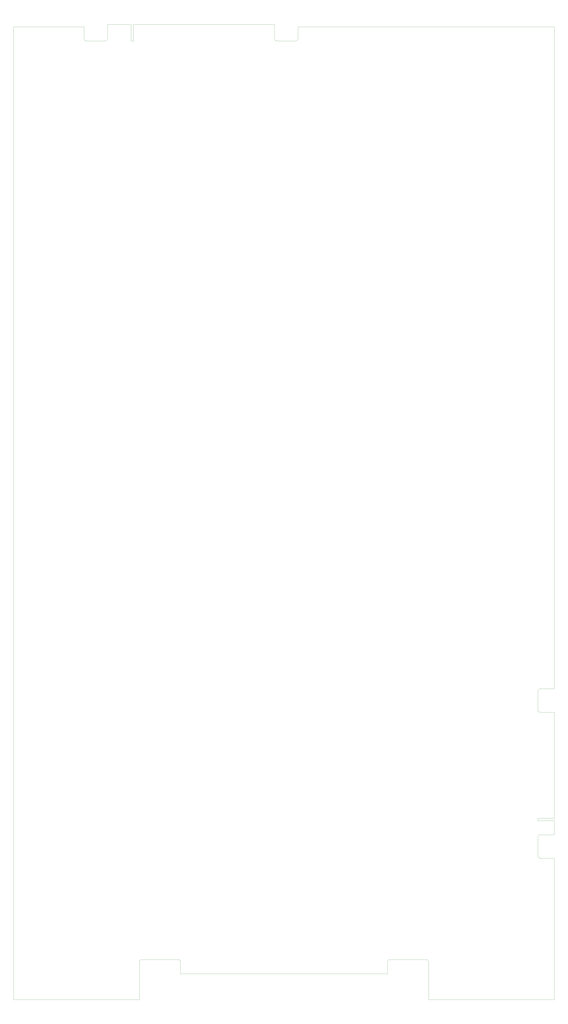
<source format=gbr>
G04 #@! TF.GenerationSoftware,KiCad,Pcbnew,(5.1.5)-3*
G04 #@! TF.CreationDate,2021-06-22T21:49:25-06:00*
G04 #@! TF.ProjectId,star_wars_arcade_main_pcb,73746172-5f77-4617-9273-5f6172636164,rev?*
G04 #@! TF.SameCoordinates,Original*
G04 #@! TF.FileFunction,Profile,NP*
%FSLAX46Y46*%
G04 Gerber Fmt 4.6, Leading zero omitted, Abs format (unit mm)*
G04 Created by KiCad (PCBNEW (5.1.5)-3) date 2021-06-22 21:49:25*
%MOMM*%
%LPD*%
G04 APERTURE LIST*
%ADD10C,0.050000*%
%ADD11C,0.025400*%
G04 APERTURE END LIST*
D10*
X307340000Y-461010000D02*
X316230000Y-461010000D01*
X307340000Y-462280000D02*
X307340000Y-461010000D01*
X316230000Y-462280000D02*
X307340000Y-462280000D01*
X316230000Y-469900000D02*
X316230000Y-462280000D01*
X316230000Y-403860000D02*
X316230000Y-461010000D01*
X316230000Y-391160000D02*
X316230000Y-34290000D01*
X308610000Y-391160000D02*
X316230000Y-391160000D01*
D11*
X307340000Y-402590000D02*
X307340000Y-392430000D01*
D10*
X308610000Y-403860000D02*
X316230000Y-403860000D01*
D11*
X308610000Y-391160000D02*
G75*
G03X307340000Y-392430000I0J-1270000D01*
G01*
X307340000Y-402590000D02*
G75*
G03X308610000Y-403860000I1270000J0D01*
G01*
D10*
X308610000Y-469900000D02*
X316230000Y-469900000D01*
D11*
X308610000Y-482600000D02*
X316230000Y-482600000D01*
X316230000Y-558800000D02*
X316230000Y-482600000D01*
X307340000Y-481330000D02*
G75*
G03X308610000Y-482600000I1270000J0D01*
G01*
X308610000Y-469900000D02*
G75*
G03X307340000Y-471170000I0J-1270000D01*
G01*
X307340000Y-481330000D02*
X307340000Y-471170000D01*
X165100000Y-33020000D02*
X88900000Y-33020000D01*
X165100000Y-40640000D02*
X165100000Y-33020000D01*
X176530000Y-41910000D02*
X166370000Y-41910000D01*
X165100000Y-40640000D02*
G75*
G03X166370000Y-41910000I1270000J0D01*
G01*
X176530000Y-41910000D02*
G75*
G03X177800000Y-40640000I0J1270000D01*
G01*
X24130000Y-558800000D02*
X24130000Y-34290000D01*
X177800000Y-34290000D02*
X316230000Y-34290000D01*
X87630000Y-33020000D02*
X87630000Y-41910000D01*
X73660000Y-41910000D02*
X63500000Y-41910000D01*
X62230000Y-40640000D02*
G75*
G03X63500000Y-41910000I1270000J0D01*
G01*
X24130000Y-34290000D02*
X62230000Y-34290000D01*
X87630000Y-41910000D02*
X88900000Y-41910000D01*
X73660000Y-41910000D02*
G75*
G03X74930000Y-40640000I0J1270000D01*
G01*
X88900000Y-41910000D02*
X88900000Y-33020000D01*
X74930000Y-33020000D02*
X87630000Y-33020000D01*
X227330000Y-537210000D02*
G75*
G03X226060000Y-538480000I0J-1270000D01*
G01*
X93345000Y-537210000D02*
X113030000Y-537210000D01*
X226060000Y-544830000D02*
X114300000Y-544830000D01*
X62230000Y-40640000D02*
X62230000Y-34290000D01*
X226060000Y-538480000D02*
X226060000Y-544830000D01*
X114300000Y-544830000D02*
X114300000Y-538480000D01*
X93345000Y-537210000D02*
G75*
G03X92075000Y-538480000I0J-1270000D01*
G01*
X74930000Y-40640000D02*
X74930000Y-33020000D01*
X24130000Y-558800000D02*
X92075000Y-558800000D01*
X248285000Y-558800000D02*
X248285000Y-538480000D01*
X248285000Y-538480000D02*
G75*
G03X247015000Y-537210000I-1270000J0D01*
G01*
X177800000Y-40640000D02*
X177800000Y-34290000D01*
X316230000Y-558800000D02*
X248285000Y-558800000D01*
X92075000Y-558800000D02*
X92075000Y-538480000D01*
X247015000Y-537210000D02*
X227330000Y-537210000D01*
X114300000Y-538480000D02*
G75*
G03X113030000Y-537210000I-1270000J0D01*
G01*
M02*

</source>
